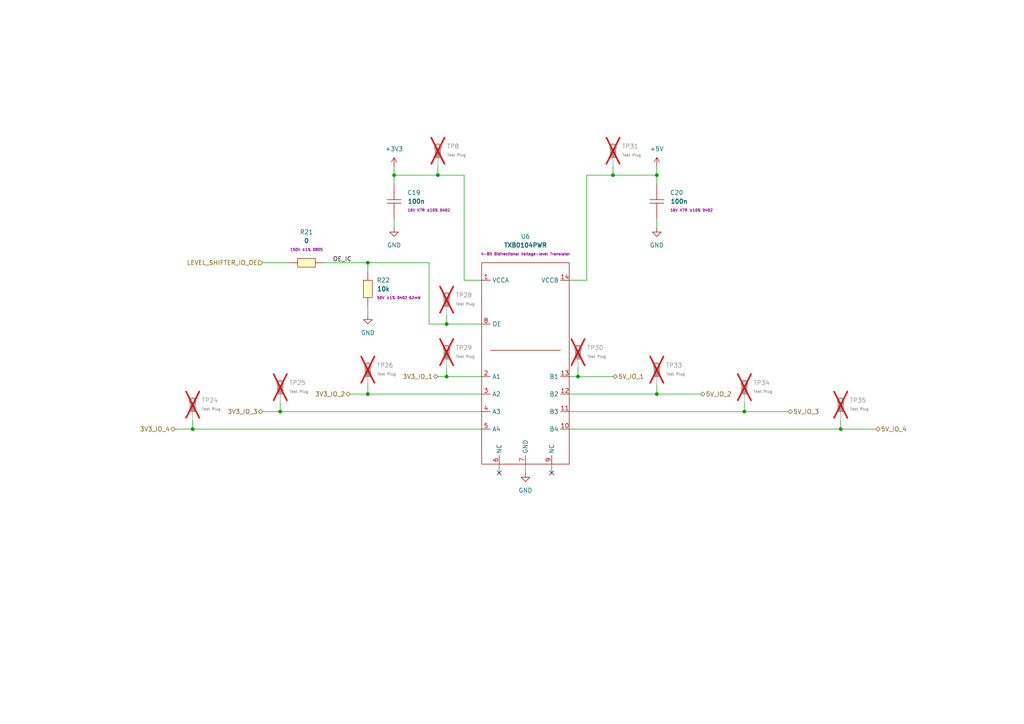
<source format=kicad_sch>
(kicad_sch (version 20231120) (generator "eeschema") (generator_version "8.0")
  (paper "A4")
  (lib_symbols
    (symbol "LiveAstra:C_100nF_X7R_0402" (pin_numbers hide) (pin_names hide)
      (property "Reference" "C" (at 0 8.89 0))
      (property "Value" "100n" (at 0 6.35 0))
      (property "Extra Values" "16V X7R ±10% 0402" (at 0 3.81 0))
      (symbol "C_100nF_X7R_0402_0_1"
        (polyline (pts (xy -2.54 0) (xy -0.51 0)))
        (polyline (pts (xy -0.51 2.03) (xy -0.51 -2.03)))
        (polyline (pts (xy 0.51 0) (xy 2.54 0)))
        (polyline (pts (xy 0.51 2.03) (xy 0.51 -2.03)))
      )
      (symbol "C_100nF_X7R_0402_1_1"
        (pin passive line (at -5.08 0 0) (length 2.54) (name "1") (number "1"))
        (pin passive line (at 5.08 0 180) (length 2.54) (name "2") (number "2"))
      )
    )
    (symbol "LiveAstra:R_0Ohm_0805_125mW" (pin_numbers hide) (pin_names hide)
      (property "Reference" "R" (at 0 7.62 0))
      (property "Value" "0" (at 0 5.08 0))
      (property "Extra Values" "150V ±1% 0805" (at 0 2.54 0))
      (symbol "R_0Ohm_0805_125mW_0_1"
        (rectangle (start -2.54 1.27) (end 2.54 -1.27) (fill (type background)))
      )
      (symbol "R_0Ohm_0805_125mW_1_1"
        (pin passive line (at -5.08 0 0) (length 2.54) (name "1") (number "1"))
        (pin passive line (at 5.08 0 180) (length 2.54) (name "2") (number "2"))
      )
    )
    (symbol "LiveAstra:R_10kOhm_0402_62mW" (pin_numbers hide) (pin_names hide)
      (property "Reference" "R" (at 0 7.62 0))
      (property "Value" "10k" (at 0 5.08 0))
      (property "Extra Values" "50V ±1% 0402 62mW" (at 0 2.54 0))
      (symbol "R_10kOhm_0402_62mW_0_1"
        (rectangle (start -2.54 1.27) (end 2.54 -1.27) (fill (type background)))
      )
      (symbol "R_10kOhm_0402_62mW_1_1"
        (pin passive line (at -5.08 0 0) (length 2.54) (name "1") (number "1"))
        (pin passive line (at 5.08 0 180) (length 2.54) (name "2") (number "2"))
      )
    )
    (symbol "LiveAstra:TestPoint_Thimble" (pin_numbers hide) (pin_names hide) (in_bom no)
      (property "Reference" "TP" (at 0 9.5043 0))
      (property "Extra Values" "Test Plug" (at 0 7.62 0))
      (symbol "TestPoint_Thimble_1_1"
        (rectangle (start -0.762 5.08) (end 0.762 2.54) (stroke (width 0.254)) (fill (type outline)))
        (arc (start 0.508 4.9323) (mid 0 6.4175) (end -0.508 4.9323) (stroke (width 0.508)))
        (pin passive line (at 0 0 90) (length 2.54) (name "1") (number "1"))
      )
    )
    (symbol "LiveAstra:U_TXB0104PWR_4Bit_Logic_Level_Translator"
      (property "Reference" "U" (at 0 20.32 0))
      (property "Value" "TXB0104PWR" (at 0 17.78 0))
      (property "Extra Values" "4-Bit Bidirectional Voltage-level Translator" (at 0 15.24 0))
      (symbol "U_TXB0104PWR_4Bit_Logic_Level_Translator_0_1"
        (rectangle (start -12.7 12.7) (end 12.7 -45.72))
        (polyline (pts (xy 10.16 -12.7) (xy -10.16 -12.7)))
        (pin unspecified line (at -7.62 -45.72 90) (length 2.54) (name "NC") (number "6"))
        (pin unspecified line (at 7.62 -45.72 90) (length 2.54) (name "NC") (number "9"))
      )
      (symbol "U_TXB0104PWR_4Bit_Logic_Level_Translator_1_1"
        (pin power_in line (at -12.7 7.62 0) (length 2.54) (name "VCCA") (number "1"))
        (pin bidirectional line (at 12.7 -35.56 180) (length 2.54) (name "B4") (number "10"))
        (pin bidirectional line (at 12.7 -30.48 180) (length 2.54) (name "B3") (number "11"))
        (pin bidirectional line (at 12.7 -25.4 180) (length 2.54) (name "B2") (number "12"))
        (pin bidirectional line (at 12.7 -20.32 180) (length 2.54) (name "B1") (number "13"))
        (pin power_in line (at 12.7 7.62 180) (length 2.54) (name "VCCB") (number "14"))
        (pin bidirectional line (at -12.7 -20.32 0) (length 2.54) (name "A1") (number "2"))
        (pin bidirectional line (at -12.7 -25.4 0) (length 2.54) (name "A2") (number "3"))
        (pin bidirectional line (at -12.7 -30.48 0) (length 2.54) (name "A3") (number "4"))
        (pin bidirectional line (at -12.7 -35.56 0) (length 2.54) (name "A4") (number "5"))
        (pin power_in line (at 0 -45.72 90) (length 2.54) (name "GND") (number "7"))
        (pin input line (at -12.7 -5.08 0) (length 2.54) (name "OE") (number "8"))
      )
    )
    (symbol "power:+3V3" (power) (pin_numbers hide) (pin_names (offset 0) hide)
      (property "Value" "+3V3" (at 0 3.556 0))
      (symbol "+3V3_0_1"
        (polyline (pts (xy -0.762 1.27) (xy 0 2.54)))
        (polyline (pts (xy 0 0) (xy 0 2.54)))
        (polyline (pts (xy 0 2.54) (xy 0.762 1.27)))
      )
      (symbol "+3V3_1_1"
        (pin power_in line (at 0 0 90) (length 0) (name "~") (number "1"))
      )
    )
    (symbol "power:+5V" (power) (pin_numbers hide) (pin_names (offset 0) hide)
      (property "Value" "+5V" (at 0 3.556 0))
      (symbol "+5V_0_1"
        (polyline (pts (xy -0.762 1.27) (xy 0 2.54)))
        (polyline (pts (xy 0 0) (xy 0 2.54)))
        (polyline (pts (xy 0 2.54) (xy 0.762 1.27)))
      )
      (symbol "+5V_1_1"
        (pin power_in line (at 0 0 90) (length 0) (name "~") (number "1"))
      )
    )
    (symbol "power:GND" (power) (pin_numbers hide) (pin_names (offset 0) hide)
      (property "Value" "GND" (at 0 -3.81 0))
      (symbol "GND_0_1"
        (polyline (pts (xy 0 0) (xy 0 -1.27) (xy 1.27 -1.27) (xy 0 -2.54) (xy -1.27 -1.27) (xy 0 -1.27)))
      )
      (symbol "GND_1_1"
        (pin power_in line (at 0 0 270) (length 0) (name "~") (number "1"))
      )
    )
  )
  (junction (at 190.5 114.3))
  (junction (at 127 50.8))
  (junction (at 81.28 119.38))
  (junction (at 190.5 50.8))
  (junction (at 106.68 76.2))
  (junction (at 243.84 124.46))
  (junction (at 55.88 124.46))
  (junction (at 177.8 50.8))
  (junction (at 129.54 93.98))
  (junction (at 167.64 109.22))
  (junction (at 114.3 50.8))
  (junction (at 129.54 109.22))
  (junction (at 106.68 114.3))
  (junction (at 215.9 119.38))
  (no_connect (at 144.78 137.16))
  (no_connect (at 160.02 137.16))
  (wire (pts (xy 55.88 121.92) (xy 55.88 124.46)))
  (wire (pts (xy 167.64 109.22) (xy 177.8 109.22)))
  (wire (pts (xy 101.6 114.3) (xy 106.68 114.3)))
  (wire (pts (xy 114.3 66.04) (xy 114.3 63.5)))
  (wire (pts (xy 114.3 50.8) (xy 127 50.8)))
  (wire (pts (xy 165.1 124.46) (xy 243.84 124.46)))
  (wire (pts (xy 243.84 124.46) (xy 254 124.46)))
  (wire (pts (xy 165.1 109.22) (xy 167.64 109.22)))
  (wire (pts (xy 129.54 93.98) (xy 139.7 93.98)))
  (wire (pts (xy 124.46 93.98) (xy 129.54 93.98)))
  (wire (pts (xy 170.18 50.8) (xy 170.18 81.28)))
  (wire (pts (xy 152.4 134.62) (xy 152.4 137.16)))
  (wire (pts (xy 106.68 78.74) (xy 106.68 76.2)))
  (wire (pts (xy 81.28 119.38) (xy 139.7 119.38)))
  (wire (pts (xy 83.82 76.2) (xy 76.2 76.2)))
  (wire (pts (xy 190.5 114.3) (xy 203.2 114.3)))
  (wire (pts (xy 190.5 50.8) (xy 190.5 53.34)))
  (wire (pts (xy 177.8 50.8) (xy 190.5 50.8)))
  (wire (pts (xy 106.68 91.44) (xy 106.68 88.9)))
  (wire (pts (xy 165.1 81.28) (xy 170.18 81.28)))
  (wire (pts (xy 129.54 109.22) (xy 139.7 109.22)))
  (wire (pts (xy 127 50.8) (xy 134.62 50.8)))
  (wire (pts (xy 106.68 114.3) (xy 139.7 114.3)))
  (wire (pts (xy 144.78 137.16) (xy 144.78 134.62)))
  (wire (pts (xy 177.8 48.26) (xy 177.8 50.8)))
  (wire (pts (xy 190.5 48.26) (xy 190.5 50.8)))
  (wire (pts (xy 127 109.22) (xy 129.54 109.22)))
  (wire (pts (xy 134.62 50.8) (xy 134.62 81.28)))
  (wire (pts (xy 124.46 76.2) (xy 124.46 93.98)))
  (wire (pts (xy 50.8 124.46) (xy 55.88 124.46)))
  (wire (pts (xy 106.68 111.76) (xy 106.68 114.3)))
  (wire (pts (xy 129.54 91.44) (xy 129.54 93.98)))
  (wire (pts (xy 160.02 137.16) (xy 160.02 134.62)))
  (wire (pts (xy 129.54 106.68) (xy 129.54 109.22)))
  (wire (pts (xy 76.2 119.38) (xy 81.28 119.38)))
  (wire (pts (xy 215.9 119.38) (xy 228.6 119.38)))
  (wire (pts (xy 127 48.26) (xy 127 50.8)))
  (wire (pts (xy 106.68 76.2) (xy 124.46 76.2)))
  (wire (pts (xy 170.18 50.8) (xy 177.8 50.8)))
  (wire (pts (xy 215.9 116.84) (xy 215.9 119.38)))
  (wire (pts (xy 165.1 114.3) (xy 190.5 114.3)))
  (wire (pts (xy 167.64 106.68) (xy 167.64 109.22)))
  (wire (pts (xy 93.98 76.2) (xy 106.68 76.2)))
  (wire (pts (xy 190.5 66.04) (xy 190.5 63.5)))
  (wire (pts (xy 114.3 50.8) (xy 114.3 53.34)))
  (wire (pts (xy 165.1 119.38) (xy 215.9 119.38)))
  (wire (pts (xy 190.5 111.76) (xy 190.5 114.3)))
  (wire (pts (xy 55.88 124.46) (xy 139.7 124.46)))
  (wire (pts (xy 134.62 81.28) (xy 139.7 81.28)))
  (wire (pts (xy 81.28 116.84) (xy 81.28 119.38)))
  (wire (pts (xy 243.84 121.92) (xy 243.84 124.46)))
  (wire (pts (xy 114.3 48.26) (xy 114.3 50.8)))
  (label "OE_IC" (at 96.52 76.2 0))
  (hierarchical_label "3V3_IO_1" (shape bidirectional) (at 127 109.22 180))
  (hierarchical_label "3V3_IO_3" (shape bidirectional) (at 76.2 119.38 180))
  (hierarchical_label "5V_IO_1" (shape bidirectional) (at 177.8 109.22 0))
  (hierarchical_label "LEVEL_SHIFTER_IO_OE" (shape input) (at 76.2 76.2 180))
  (hierarchical_label "5V_IO_3" (shape bidirectional) (at 228.6 119.38 0))
  (hierarchical_label "3V3_IO_4" (shape bidirectional) (at 50.8 124.46 180))
  (hierarchical_label "3V3_IO_2" (shape bidirectional) (at 101.6 114.3 180))
  (hierarchical_label "5V_IO_2" (shape bidirectional) (at 203.2 114.3 0))
  (hierarchical_label "5V_IO_4" (shape bidirectional) (at 254 124.46 0))
  (symbol (lib_id "power:GND") (at 190.5 66.04 0) (unit 1)
    (property "Reference" "#PWR059" (effects (hide yes)))
    (property "Value" "GND" (at 190.5 71.12 0))
    (property "Description" "Power symbol creates a global label with name \"GND\" , ground" (effects (hide yes)))
  )
  (symbol (lib_id "LiveAstra:TestPoint_Thimble") (at 129.54 91.44 0) (unit 1) (in_bom no) (dnp yes)
    (property "Reference" "TP28" (at 132.08 85.6276 0) (effects (justify left)))
    (property "Value" "TestPoint_Thimble" (effects (hide yes)))
    (property "Footprint" "LiveAstra:TestPoint_Loop_D3.50mm_Drill0.9mm_Beaded" (effects (hide yes)))
    (property "LCSC Part" "C5277086" (effects (hide yes)))
    (property "Extra Values" "Test Plug" (at 132.08 88.1676 0) (effects (font (size 0.762 0.762) (bold yes)) (justify left)))
  )
  (symbol (lib_id "LiveAstra:R_10kOhm_0402_62mW") (at 106.68 83.82 90) (unit 1)
    (property "Reference" "R22" (at 109.22 81.2799 90) (effects (justify right)))
    (property "Value" "10k" (at 109.22 83.82 90) (effects (font (bold yes)) (justify right)))
    (property "Footprint" "LiveAstra:R_0402_1005Metric" (effects (hide yes)))
    (property "Datasheet" "https://wmsc.lcsc.com/wmsc/upload/file/pdf/v2/lcsc/2206010100_UNI-ROYAL-Uniroyal-Elec-0402WGF1002TCE_C25744.pdf" (effects (hide yes)))
    (property "Description" "Thick Film Resistors" (effects (hide yes)))
    (property "LCSC Part" "C25744" (effects (hide yes)))
    (property "Extra Values" "50V ±1% 0402 62mW" (at 109.22 86.3599 90) (effects (font (size 0.762 0.762) (bold yes)) (justify right)))
  )
  (symbol (lib_id "power:GND") (at 106.68 91.44 0) (unit 1)
    (property "Reference" "#PWR054" (effects (hide yes)))
    (property "Value" "GND" (at 106.68 96.52 0))
    (property "Description" "Power symbol creates a global label with name \"GND\" , ground" (effects (hide yes)))
  )
  (symbol (lib_id "power:+5V") (at 190.5 48.26 0) (unit 1)
    (property "Reference" "#PWR058" (effects (hide yes)))
    (property "Value" "+5V" (at 190.5 43.18 0))
    (property "Description" "Power symbol creates a global label with name \"+5V\"" (effects (hide yes)))
  )
  (symbol (lib_id "power:+3V3") (at 114.3 48.26 0) (unit 1)
    (property "Reference" "#PWR055" (effects (hide yes)))
    (property "Value" "+3V3" (at 114.3 43.18 0))
    (property "Description" "Power symbol creates a global label with name \"+3V3\"" (effects (hide yes)))
  )
  (symbol (lib_id "LiveAstra:TestPoint_Thimble") (at 129.54 106.68 0) (unit 1) (in_bom no) (dnp yes)
    (property "Reference" "TP29" (at 132.08 100.8676 0) (effects (justify left)))
    (property "Value" "TestPoint_Thimble" (effects (hide yes)))
    (property "Footprint" "LiveAstra:TestPoint_Loop_D3.50mm_Drill0.9mm_Beaded" (effects (hide yes)))
    (property "LCSC Part" "C5277086" (effects (hide yes)))
    (property "Extra Values" "Test Plug" (at 132.08 103.4076 0) (effects (font (size 0.762 0.762) (bold yes)) (justify left)))
  )
  (symbol (lib_id "LiveAstra:TestPoint_Thimble") (at 81.28 116.84 0) (unit 1) (in_bom no) (dnp yes)
    (property "Reference" "TP25" (at 83.82 111.0276 0) (effects (justify left)))
    (property "Value" "TestPoint_Thimble" (effects (hide yes)))
    (property "Footprint" "LiveAstra:TestPoint_Loop_D3.50mm_Drill0.9mm_Beaded" (effects (hide yes)))
    (property "LCSC Part" "C5277086" (effects (hide yes)))
    (property "Extra Values" "Test Plug" (at 83.82 113.5676 0) (effects (font (size 0.762 0.762) (bold yes)) (justify left)))
  )
  (symbol (lib_id "LiveAstra:U_TXB0104PWR_4Bit_Logic_Level_Translator") (at 152.4 88.9 0) (unit 1)
    (property "Reference" "U6" (at 152.4 68.58 0))
    (property "Value" "TXB0104PWR" (at 152.4 71.12 0) (effects (font (bold yes))))
    (property "Footprint" "LiveAstra:LOGIC_SHIFTER_TXB0104PWR_TSOP_14" (effects (hide yes)))
    (property "Datasheet" "https://lcsc.com/product-detail/Interface-ICs_TI_TXB0104PWR_TXB0104PWR_C60708.html" (effects (hide yes)))
    (property "LCSC Part" "C60708" (effects (hide yes)))
    (property "Extra Values" "4-Bit Bidirectional Voltage-level Translator" (at 152.4 73.66 0) (effects (font (size 0.762 0.762) (bold yes))))
  )
  (symbol (lib_id "LiveAstra:TestPoint_Thimble") (at 215.9 116.84 0) (unit 1) (in_bom no) (dnp yes)
    (property "Reference" "TP34" (at 218.44 111.0276 0) (effects (justify left)))
    (property "Value" "TestPoint_Thimble" (effects (hide yes)))
    (property "Footprint" "LiveAstra:TestPoint_Loop_D3.50mm_Drill0.9mm_Beaded" (effects (hide yes)))
    (property "LCSC Part" "C5277086" (effects (hide yes)))
    (property "Extra Values" "Test Plug" (at 218.44 113.5676 0) (effects (font (size 0.762 0.762) (bold yes)) (justify left)))
  )
  (symbol (lib_id "LiveAstra:TestPoint_Thimble") (at 106.68 111.76 0) (unit 1) (in_bom no) (dnp yes)
    (property "Reference" "TP26" (at 109.22 105.9476 0) (effects (justify left)))
    (property "Value" "TestPoint_Thimble" (effects (hide yes)))
    (property "Footprint" "LiveAstra:TestPoint_Loop_D3.50mm_Drill0.9mm_Beaded" (effects (hide yes)))
    (property "LCSC Part" "C5277086" (effects (hide yes)))
    (property "Extra Values" "Test Plug" (at 109.22 108.4876 0) (effects (font (size 0.762 0.762) (bold yes)) (justify left)))
  )
  (symbol (lib_id "LiveAstra:R_0Ohm_0805_125mW") (at 88.9 76.2 0) (unit 1)
    (property "Reference" "R21" (at 88.9 67.31 0))
    (property "Value" "0" (at 88.9 69.85 0) (effects (font (bold yes))))
    (property "Footprint" "LiveAstra:R_0805_2012Metric_Pad1.20x1.40mm_HandSolder" (effects (hide yes)))
    (property "Datasheet" "https://lcsc.com/product-detail/Chip-Resistor-Surface-Mount-UniOhm_0R-0R0-1_C17477.html" (effects (hide yes)))
    (property "Description" "Thick Film Resistors" (effects (hide yes)))
    (property "LCSC Part" "C17477" (effects (hide yes)))
    (property "Extra Values" "150V ±1% 0805" (at 88.9 72.39 0) (effects (font (size 0.762 0.762) (bold yes))))
  )
  (symbol (lib_id "power:GND") (at 114.3 66.04 0) (unit 1)
    (property "Reference" "#PWR056" (effects (hide yes)))
    (property "Value" "GND" (at 114.3 71.12 0))
    (property "Description" "Power symbol creates a global label with name \"GND\" , ground" (effects (hide yes)))
  )
  (symbol (lib_id "LiveAstra:TestPoint_Thimble") (at 167.64 106.68 0) (unit 1) (in_bom no) (dnp yes)
    (property "Reference" "TP30" (at 170.18 100.8676 0) (effects (justify left)))
    (property "Value" "TestPoint_Thimble" (effects (hide yes)))
    (property "Footprint" "LiveAstra:TestPoint_Loop_D3.50mm_Drill0.9mm_Beaded" (effects (hide yes)))
    (property "LCSC Part" "C5277086" (effects (hide yes)))
    (property "Extra Values" "Test Plug" (at 170.18 103.4076 0) (effects (font (size 0.762 0.762) (bold yes)) (justify left)))
  )
  (symbol (lib_id "LiveAstra:TestPoint_Thimble") (at 55.88 121.92 0) (unit 1) (in_bom no) (dnp yes)
    (property "Reference" "TP24" (at 58.42 116.1076 0) (effects (justify left)))
    (property "Value" "TestPoint_Thimble" (effects (hide yes)))
    (property "Footprint" "LiveAstra:TestPoint_Loop_D3.50mm_Drill0.9mm_Beaded" (effects (hide yes)))
    (property "LCSC Part" "C5277086" (effects (hide yes)))
    (property "Extra Values" "Test Plug" (at 58.42 118.6476 0) (effects (font (size 0.762 0.762) (bold yes)) (justify left)))
  )
  (symbol (lib_id "power:GND") (at 152.4 137.16 0) (unit 1)
    (property "Reference" "#PWR057" (effects (hide yes)))
    (property "Value" "GND" (at 152.4 142.24 0))
    (property "Description" "Power symbol creates a global label with name \"GND\" , ground" (effects (hide yes)))
  )
  (symbol (lib_id "LiveAstra:TestPoint_Thimble") (at 243.84 121.92 0) (unit 1) (in_bom no) (dnp yes)
    (property "Reference" "TP35" (at 246.38 116.1076 0) (effects (justify left)))
    (property "Value" "TestPoint_Thimble" (effects (hide yes)))
    (property "Footprint" "LiveAstra:TestPoint_Loop_D3.50mm_Drill0.9mm_Beaded" (effects (hide yes)))
    (property "LCSC Part" "C5277086" (effects (hide yes)))
    (property "Extra Values" "Test Plug" (at 246.38 118.6476 0) (effects (font (size 0.762 0.762) (bold yes)) (justify left)))
  )
  (symbol (lib_id "LiveAstra:TestPoint_Thimble") (at 127 48.26 0) (unit 1) (in_bom no) (dnp yes)
    (property "Reference" "TP8" (at 129.54 42.4476 0) (effects (justify left)))
    (property "Value" "TestPoint_Thimble" (effects (hide yes)))
    (property "Footprint" "LiveAstra:TestPoint_Loop_D3.50mm_Drill0.9mm_Beaded" (effects (hide yes)))
    (property "LCSC Part" "C5277086" (effects (hide yes)))
    (property "Extra Values" "Test Plug" (at 129.54 44.9876 0) (effects (font (size 0.762 0.762) (bold yes)) (justify left)))
  )
  (symbol (lib_id "LiveAstra:TestPoint_Thimble") (at 177.8 48.26 0) (unit 1) (in_bom no) (dnp yes)
    (property "Reference" "TP31" (at 180.34 42.4476 0) (effects (justify left)))
    (property "Value" "TestPoint_Thimble" (effects (hide yes)))
    (property "Footprint" "LiveAstra:TestPoint_Loop_D3.50mm_Drill0.9mm_Beaded" (effects (hide yes)))
    (property "LCSC Part" "C5277086" (effects (hide yes)))
    (property "Extra Values" "Test Plug" (at 180.34 44.9876 0) (effects (font (size 0.762 0.762) (bold yes)) (justify left)))
  )
  (symbol (lib_id "LiveAstra:C_100nF_X7R_0402") (at 114.3 58.42 90) (unit 1)
    (property "Reference" "C19" (at 118.11 55.8799 90) (effects (justify right)))
    (property "Value" "100n" (at 118.11 58.42 90) (effects (font (bold yes)) (justify right)))
    (property "Footprint" "LiveAstra:C_0402_1005Metric" (effects (hide yes)))
    (property "Datasheet" "https://wmsc.lcsc.com/wmsc/upload/file/pdf/v2/lcsc/2304140030_Samsung-Electro-Mechanics-CL05B104KO5NNNC_C1525.pdf" (effects (hide yes)))
    (property "Description" "Multilayer Ceramic Capacitor" (effects (hide yes)))
    (property "LCSC Part" "C1525" (effects (hide yes)))
    (property "Extra Values" "16V X7R ±10% 0402" (at 118.11 60.9599 90) (effects (font (size 0.762 0.762) (bold yes)) (justify right)))
  )
  (symbol (lib_id "LiveAstra:C_100nF_X7R_0402") (at 190.5 58.42 90) (unit 1)
    (property "Reference" "C20" (at 194.31 55.8799 90) (effects (justify right)))
    (property "Value" "100n" (at 194.31 58.42 90) (effects (font (bold yes)) (justify right)))
    (property "Footprint" "LiveAstra:C_0402_1005Metric" (effects (hide yes)))
    (property "Datasheet" "https://wmsc.lcsc.com/wmsc/upload/file/pdf/v2/lcsc/2304140030_Samsung-Electro-Mechanics-CL05B104KO5NNNC_C1525.pdf" (effects (hide yes)))
    (property "Description" "Multilayer Ceramic Capacitor" (effects (hide yes)))
    (property "LCSC Part" "C1525" (effects (hide yes)))
    (property "Extra Values" "16V X7R ±10% 0402" (at 194.31 60.9599 90) (effects (font (size 0.762 0.762) (bold yes)) (justify right)))
  )
  (symbol (lib_id "LiveAstra:TestPoint_Thimble") (at 190.5 111.76 0) (unit 1) (in_bom no) (dnp yes)
    (property "Reference" "TP33" (at 193.04 105.9476 0) (effects (justify left)))
    (property "Value" "TestPoint_Thimble" (effects (hide yes)))
    (property "Footprint" "LiveAstra:TestPoint_Loop_D3.50mm_Drill0.9mm_Beaded" (effects (hide yes)))
    (property "LCSC Part" "C5277086" (effects (hide yes)))
    (property "Extra Values" "Test Plug" (at 193.04 108.4876 0) (effects (font (size 0.762 0.762) (bold yes)) (justify left)))
  )
)
</source>
